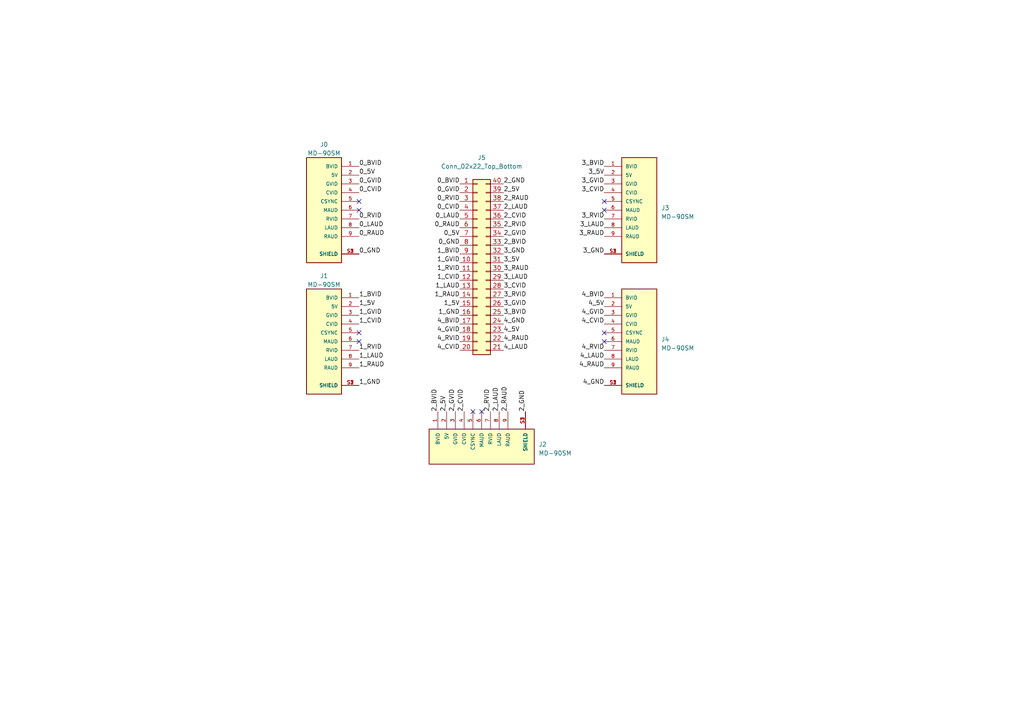
<source format=kicad_sch>
(kicad_sch (version 20230121) (generator eeschema)
  (paper "A4")
  (lib_symbols
    (symbol "Connector_Generic:Conn_02x20_Counter_Clockwise" (pin_names (offset 1.016) hide)
      (property "Reference" "J" (at 1.27 25.4 0))
      (property "Value" "Conn_02x20_Counter_Clockwise" (at 1.27 -27.94 0))
      (symbol "Conn_02x20_Counter_Clockwise_1_1"
        (rectangle (start -1.27 -25.273) (end 0 -25.527) (stroke (width 0.1524)))
        (rectangle (start -1.27 -22.733) (end 0 -22.987) (stroke (width 0.1524)))
        (rectangle (start -1.27 -20.193) (end 0 -20.447) (stroke (width 0.1524)))
        (rectangle (start -1.27 -17.653) (end 0 -17.907) (stroke (width 0.1524)))
        (rectangle (start -1.27 -15.113) (end 0 -15.367) (stroke (width 0.1524)))
        (rectangle (start -1.27 -12.573) (end 0 -12.827) (stroke (width 0.1524)))
        (rectangle (start -1.27 -10.033) (end 0 -10.287) (stroke (width 0.1524)))
        (rectangle (start -1.27 -7.493) (end 0 -7.747) (stroke (width 0.1524)))
        (rectangle (start -1.27 -4.953) (end 0 -5.207) (stroke (width 0.1524)))
        (rectangle (start -1.27 -2.413) (end 0 -2.667) (stroke (width 0.1524)))
        (rectangle (start -1.27 0.127) (end 0 -0.127) (stroke (width 0.1524)))
        (rectangle (start -1.27 2.667) (end 0 2.413) (stroke (width 0.1524)))
        (rectangle (start -1.27 5.207) (end 0 4.953) (stroke (width 0.1524)))
        (rectangle (start -1.27 7.747) (end 0 7.493) (stroke (width 0.1524)))
        (rectangle (start -1.27 10.287) (end 0 10.033) (stroke (width 0.1524)))
        (rectangle (start -1.27 12.827) (end 0 12.573) (stroke (width 0.1524)))
        (rectangle (start -1.27 15.367) (end 0 15.113) (stroke (width 0.1524)))
        (rectangle (start -1.27 17.907) (end 0 17.653) (stroke (width 0.1524)))
        (rectangle (start -1.27 20.447) (end 0 20.193) (stroke (width 0.1524)))
        (rectangle (start -1.27 22.987) (end 0 22.733) (stroke (width 0.1524)))
        (rectangle (start -1.27 24.13) (end 3.81 -26.67) (stroke (width 0.254)) (fill (type background)))
        (rectangle (start 3.81 -25.273) (end 2.54 -25.527) (stroke (width 0.1524)))
        (rectangle (start 3.81 -22.733) (end 2.54 -22.987) (stroke (width 0.1524)))
        (rectangle (start 3.81 -20.193) (end 2.54 -20.447) (stroke (width 0.1524)))
        (rectangle (start 3.81 -17.653) (end 2.54 -17.907) (stroke (width 0.1524)))
        (rectangle (start 3.81 -15.113) (end 2.54 -15.367) (stroke (width 0.1524)))
        (rectangle (start 3.81 -12.573) (end 2.54 -12.827) (stroke (width 0.1524)))
        (rectangle (start 3.81 -10.033) (end 2.54 -10.287) (stroke (width 0.1524)))
        (rectangle (start 3.81 -7.493) (end 2.54 -7.747) (stroke (width 0.1524)))
        (rectangle (start 3.81 -4.953) (end 2.54 -5.207) (stroke (width 0.1524)))
        (rectangle (start 3.81 -2.413) (end 2.54 -2.667) (stroke (width 0.1524)))
        (rectangle (start 3.81 0.127) (end 2.54 -0.127) (stroke (width 0.1524)))
        (rectangle (start 3.81 2.667) (end 2.54 2.413) (stroke (width 0.1524)))
        (rectangle (start 3.81 5.207) (end 2.54 4.953) (stroke (width 0.1524)))
        (rectangle (start 3.81 7.747) (end 2.54 7.493) (stroke (width 0.1524)))
        (rectangle (start 3.81 10.287) (end 2.54 10.033) (stroke (width 0.1524)))
        (rectangle (start 3.81 12.827) (end 2.54 12.573) (stroke (width 0.1524)))
        (rectangle (start 3.81 15.367) (end 2.54 15.113) (stroke (width 0.1524)))
        (rectangle (start 3.81 17.907) (end 2.54 17.653) (stroke (width 0.1524)))
        (rectangle (start 3.81 20.447) (end 2.54 20.193) (stroke (width 0.1524)))
        (rectangle (start 3.81 22.987) (end 2.54 22.733) (stroke (width 0.1524)))
        (pin passive line (at -5.08 22.86 0) (length 3.81) (name "Pin_1") (number "1"))
        (pin passive line (at -5.08 0 0) (length 3.81) (name "Pin_10") (number "10"))
        (pin passive line (at -5.08 -2.54 0) (length 3.81) (name "Pin_11") (number "11"))
        (pin passive line (at -5.08 -5.08 0) (length 3.81) (name "Pin_12") (number "12"))
        (pin passive line (at -5.08 -7.62 0) (length 3.81) (name "Pin_13") (number "13"))
        (pin passive line (at -5.08 -10.16 0) (length 3.81) (name "Pin_14") (number "14"))
        (pin passive line (at -5.08 -12.7 0) (length 3.81) (name "Pin_15") (number "15"))
        (pin passive line (at -5.08 -15.24 0) (length 3.81) (name "Pin_16") (number "16"))
        (pin passive line (at -5.08 -17.78 0) (length 3.81) (name "Pin_17") (number "17"))
        (pin passive line (at -5.08 -20.32 0) (length 3.81) (name "Pin_18") (number "18"))
        (pin passive line (at -5.08 -22.86 0) (length 3.81) (name "Pin_19") (number "19"))
        (pin passive line (at -5.08 20.32 0) (length 3.81) (name "Pin_2") (number "2"))
        (pin passive line (at -5.08 -25.4 0) (length 3.81) (name "Pin_20") (number "20"))
        (pin passive line (at 7.62 -25.4 180) (length 3.81) (name "Pin_21") (number "21"))
        (pin passive line (at 7.62 -22.86 180) (length 3.81) (name "Pin_22") (number "22"))
        (pin passive line (at 7.62 -20.32 180) (length 3.81) (name "Pin_23") (number "23"))
        (pin passive line (at 7.62 -17.78 180) (length 3.81) (name "Pin_24") (number "24"))
        (pin passive line (at 7.62 -15.24 180) (length 3.81) (name "Pin_25") (number "25"))
        (pin passive line (at 7.62 -12.7 180) (length 3.81) (name "Pin_26") (number "26"))
        (pin passive line (at 7.62 -10.16 180) (length 3.81) (name "Pin_27") (number "27"))
        (pin passive line (at 7.62 -7.62 180) (length 3.81) (name "Pin_28") (number "28"))
        (pin passive line (at 7.62 -5.08 180) (length 3.81) (name "Pin_29") (number "29"))
        (pin passive line (at -5.08 17.78 0) (length 3.81) (name "Pin_3") (number "3"))
        (pin passive line (at 7.62 -2.54 180) (length 3.81) (name "Pin_30") (number "30"))
        (pin passive line (at 7.62 0 180) (length 3.81) (name "Pin_31") (number "31"))
        (pin passive line (at 7.62 2.54 180) (length 3.81) (name "Pin_32") (number "32"))
        (pin passive line (at 7.62 5.08 180) (length 3.81) (name "Pin_33") (number "33"))
        (pin passive line (at 7.62 7.62 180) (length 3.81) (name "Pin_34") (number "34"))
        (pin passive line (at 7.62 10.16 180) (length 3.81) (name "Pin_35") (number "35"))
        (pin passive line (at 7.62 12.7 180) (length 3.81) (name "Pin_36") (number "36"))
        (pin passive line (at 7.62 15.24 180) (length 3.81) (name "Pin_37") (number "37"))
        (pin passive line (at 7.62 17.78 180) (length 3.81) (name "Pin_38") (number "38"))
        (pin passive line (at 7.62 20.32 180) (length 3.81) (name "Pin_39") (number "39"))
        (pin passive line (at -5.08 15.24 0) (length 3.81) (name "Pin_4") (number "4"))
        (pin passive line (at 7.62 22.86 180) (length 3.81) (name "Pin_40") (number "40"))
        (pin passive line (at -5.08 12.7 0) (length 3.81) (name "Pin_5") (number "5"))
        (pin passive line (at -5.08 10.16 0) (length 3.81) (name "Pin_6") (number "6"))
        (pin passive line (at -5.08 7.62 0) (length 3.81) (name "Pin_7") (number "7"))
        (pin passive line (at -5.08 5.08 0) (length 3.81) (name "Pin_8") (number "8"))
        (pin passive line (at -5.08 2.54 0) (length 3.81) (name "Pin_9") (number "9"))
      )
    )
    (symbol "MD-90SM_1" (pin_names (offset 1.016))
      (property "Reference" "J?" (at 0 20.32 0))
      (property "Value" "MD-90SM" (at 0 17.78 0))
      (symbol "MD-90SM_1_0_0"
        (rectangle (start -5.08 -15.24) (end 5.08 15.24) (stroke (width 0.254)) (fill (type background)))
        (pin passive line (at -10.16 12.7 0) (length 5.08) (name "BVID") (number "1"))
        (pin passive line (at -10.16 10.16 0) (length 5.08) (name "5V") (number "2"))
        (pin passive line (at -10.16 7.62 0) (length 5.08) (name "GVID") (number "3"))
        (pin passive line (at -10.16 5.08 0) (length 5.08) (name "CVID") (number "4"))
        (pin passive line (at -10.16 2.54 0) (length 5.08) (name "CSYNC") (number "5"))
        (pin passive line (at -10.16 0 0) (length 5.08) (name "MAUD") (number "6"))
        (pin passive line (at -10.16 -2.54 0) (length 5.08) (name "RVID") (number "7"))
        (pin passive line (at -10.16 -5.08 0) (length 5.08) (name "LAUD") (number "8"))
        (pin passive line (at -10.16 -7.62 0) (length 5.08) (name "RAUD") (number "9"))
        (pin passive line (at -10.16 -12.7 0) (length 5.08) (name "SHIELD") (number "S1"))
        (pin passive line (at -10.16 -12.7 0) (length 5.08) (name "SHIELD") (number "S2"))
        (pin passive line (at -10.16 -12.7 0) (length 5.08) (name "SHIELD") (number "S3"))
      )
    )
  )
  (no_connect (at 175.26 58.42))
  (no_connect (at 175.26 60.96))
  (no_connect (at 104.14 99.06))
  (no_connect (at 104.14 60.96))
  (no_connect (at 104.14 58.42))
  (no_connect (at 175.26 96.52))
  (no_connect (at 175.26 99.06))
  (no_connect (at 139.7 119.38))
  (no_connect (at 137.16 119.38))
  (no_connect (at 104.14 96.52))
  (label "2_GVID" (at 132.08 119.38 90))
  (label "2_GVID" (at 146.05 68.58 0))
  (label "2_RVID" (at 142.24 119.38 90))
  (label "1_LAUD" (at 104.14 104.14 0))
  (label "3_RVID" (at 175.26 63.5 180))
  (label "1_GND" (at 104.14 111.76 0))
  (label "4_CVID" (at 175.26 93.98 180))
  (label "3_RAUD" (at 146.05 78.74 0))
  (label "2_5V" (at 129.54 119.38 90))
  (label "3_BVID" (at 175.26 48.26 180))
  (label "2_CVID" (at 146.05 63.5 0))
  (label "2_BVID" (at 127 119.38 90))
  (label "3_RVID" (at 146.05 86.36 0))
  (label "2_BVID" (at 146.05 71.12 0))
  (label "3_LAUD" (at 146.05 81.28 0))
  (label "1_GND" (at 133.35 91.44 180))
  (label "0_LAUD" (at 104.14 66.04 0))
  (label "1_GVID" (at 133.35 76.2 180))
  (label "3_GVID" (at 175.26 53.34 180))
  (label "1_BVID" (at 133.35 73.66 180))
  (label "2_RAUD" (at 147.32 119.38 90))
  (label "1_BVID" (at 104.14 86.36 0))
  (label "4_GND" (at 146.05 93.98 0))
  (label "3_5V" (at 175.26 50.8 180))
  (label "0_GVID" (at 104.14 53.34 0))
  (label "3_GND" (at 175.26 73.66 180))
  (label "1_RVID" (at 133.35 78.74 180))
  (label "2_GND" (at 146.05 53.34 0))
  (label "4_LAUD" (at 146.05 101.6 0))
  (label "0_BVID" (at 104.14 48.26 0))
  (label "1_RAUD" (at 104.14 106.68 0))
  (label "0_LAUD" (at 133.35 63.5 180))
  (label "0_RAUD" (at 133.35 66.04 180))
  (label "4_GND" (at 175.26 111.76 180))
  (label "1_CVID" (at 104.14 93.98 0))
  (label "1_RVID" (at 104.14 101.6 0))
  (label "1_5V" (at 104.14 88.9 0))
  (label "4_BVID" (at 133.35 93.98 180))
  (label "4_BVID" (at 175.26 86.36 180))
  (label "0_BVID" (at 133.35 53.34 180))
  (label "1_RAUD" (at 133.35 86.36 180))
  (label "0_5V" (at 133.35 68.58 180))
  (label "4_5V" (at 146.05 96.52 0))
  (label "3_CVID" (at 175.26 55.88 180))
  (label "1_CVID" (at 133.35 81.28 180))
  (label "4_RVID" (at 175.26 101.6 180))
  (label "0_GND" (at 104.14 73.66 0))
  (label "2_CVID" (at 134.62 119.38 90))
  (label "0_CVID" (at 133.35 60.96 180))
  (label "0_CVID" (at 104.14 55.88 0))
  (label "3_BVID" (at 146.05 91.44 0))
  (label "3_5V" (at 146.05 76.2 0))
  (label "3_GND" (at 146.05 73.66 0))
  (label "1_GVID" (at 104.14 91.44 0))
  (label "2_RVID" (at 146.05 66.04 0))
  (label "2_RAUD" (at 146.05 58.42 0))
  (label "1_5V" (at 133.35 88.9 180))
  (label "4_RAUD" (at 175.26 106.68 180))
  (label "0_RVID" (at 104.14 63.5 0))
  (label "0_GND" (at 133.35 71.12 180))
  (label "0_RAUD" (at 104.14 68.58 0))
  (label "0_GVID" (at 133.35 55.88 180))
  (label "4_RAUD" (at 146.05 99.06 0))
  (label "2_5V" (at 146.05 55.88 0))
  (label "2_GND" (at 152.4 119.38 90))
  (label "4_GVID" (at 175.26 91.44 180))
  (label "0_5V" (at 104.14 50.8 0))
  (label "4_GVID" (at 133.35 96.52 180))
  (label "4_LAUD" (at 175.26 104.14 180))
  (label "4_CVID" (at 133.35 101.6 180))
  (label "4_RVID" (at 133.35 99.06 180))
  (label "0_RVID" (at 133.35 58.42 180))
  (label "3_LAUD" (at 175.26 66.04 180))
  (label "3_GVID" (at 146.05 88.9 0))
  (label "3_CVID" (at 146.05 83.82 0))
  (label "2_LAUD" (at 144.78 119.38 90))
  (label "2_LAUD" (at 146.05 60.96 0))
  (label "4_5V" (at 175.26 88.9 180))
  (label "1_LAUD" (at 133.35 83.82 180))
  (label "3_RAUD" (at 175.26 68.58 180))
  (symbol (lib_name "MD-90SM_1") (lib_id "DIN9:MD-90SM") (at 185.42 99.06 0) (unit 1)
    (property "Reference" "J4" (at 191.77 98.425 0) (effects (justify left)))
    (property "Value" "MD-90SM" (at 191.77 100.965 0) (effects (justify left)))
    (property "Footprint" "DIN9:CUI_MD-90SM" (effects hide))
    (property "STANDARD" "Manufacturer Recommendations" (effects hide))
    (property "PARTREV" "02/18/2022" (effects hide))
    (property "MANUFACTURER" "CUI" (effects hide))
    (property "MAXIMUM_PACKAGE_HEIGHT" "13.6 mm" (effects hide))
    (instances (project "switcher-input-daughterboard" (path "" (reference "J4") (unit 1))) (project "switcher-auto" (path "" (reference "J14") (unit 1))))
  )
  (symbol (lib_name "MD-90SM_1") (lib_id "DIN9:MD-90SM") (at 93.98 60.96 0) (mirror y) (unit 1)
    (property "Reference" "J0" (at 93.98 41.91 0))
    (property "Value" "MD-90SM" (at 93.98 44.45 0))
    (property "Footprint" "DIN9:CUI_MD-90SM" (effects hide))
    (property "STANDARD" "Manufacturer Recommendations" (effects hide))
    (property "PARTREV" "02/18/2022" (effects hide))
    (property "MANUFACTURER" "CUI" (effects hide))
    (property "MAXIMUM_PACKAGE_HEIGHT" "13.6 mm" (effects hide))
    (instances (project "switcher-input-daughterboard" (path "" (reference "J0") (unit 1))) (project "switcher-auto" (path "" (reference "J10") (unit 1))))
  )
  (symbol (lib_name "MD-90SM_1") (lib_id "DIN9:MD-90SM") (at 93.98 99.06 0) (mirror y) (unit 1)
    (property "Reference" "J1" (at 93.98 80.01 0))
    (property "Value" "MD-90SM" (at 93.98 82.55 0))
    (property "Footprint" "DIN9:CUI_MD-90SM" (effects hide))
    (property "STANDARD" "Manufacturer Recommendations" (effects hide))
    (property "PARTREV" "02/18/2022" (effects hide))
    (property "MANUFACTURER" "CUI" (effects hide))
    (property "MAXIMUM_PACKAGE_HEIGHT" "13.6 mm" (effects hide))
    (instances (project "switcher-input-daughterboard" (path "" (reference "J1") (unit 1))) (project "switcher-auto" (path "" (reference "J11") (unit 1))))
  )
  (symbol (lib_name "MD-90SM_1") (lib_id "DIN9:MD-90SM") (at 185.42 60.96 0) (unit 1)
    (property "Reference" "J3" (at 191.77 60.325 0) (effects (justify left)))
    (property "Value" "MD-90SM" (at 191.77 62.865 0) (effects (justify left)))
    (property "Footprint" "DIN9:CUI_MD-90SM" (effects hide))
    (property "STANDARD" "Manufacturer Recommendations" (effects hide))
    (property "PARTREV" "02/18/2022" (effects hide))
    (property "MANUFACTURER" "CUI" (effects hide))
    (property "MAXIMUM_PACKAGE_HEIGHT" "13.6 mm" (effects hide))
    (instances (project "switcher-input-daughterboard" (path "" (reference "J3") (unit 1))) (project "switcher-auto" (path "" (reference "J13") (unit 1))))
  )
  (symbol (lib_name "MD-90SM_1") (lib_id "DIN9:MD-90SM") (at 139.7 129.54 90) (mirror x) (unit 1)
    (property "Reference" "J2" (at 156.21 128.905 90) (effects (justify right)))
    (property "Value" "MD-90SM" (at 156.21 131.445 90) (effects (justify right)))
    (property "Footprint" "DIN9:CUI_MD-90SM" (effects hide))
    (property "STANDARD" "Manufacturer Recommendations" (effects hide))
    (property "PARTREV" "02/18/2022" (effects hide))
    (property "MANUFACTURER" "CUI" (effects hide))
    (property "MAXIMUM_PACKAGE_HEIGHT" "13.6 mm" (effects hide))
    (instances (project "switcher-input-daughterboard" (path "" (reference "J2") (unit 1))) (project "switcher-auto" (path "" (reference "J12") (unit 1))))
  )
  (symbol (lib_id "Connector_Generic:Conn_02x20_Counter_Clockwise") (at 138.43 76.2 0) (unit 1)
    (property "Reference" "J5" (at 139.7 45.72 0))
    (property "Value" "Conn_02x22_Top_Bottom" (at 139.7 48.26 0))
    (property "Footprint" "connector:REB_PinHeader_2x20_P1.27mm_Vertical_Renumbered" (effects hide))
    (instances (project "switcher-input-daughterboard" (path "" (reference "J5") (unit 1))) (project "switcher-auto" (path "" (reference "J15") (unit 1))))
  )
)
</source>
